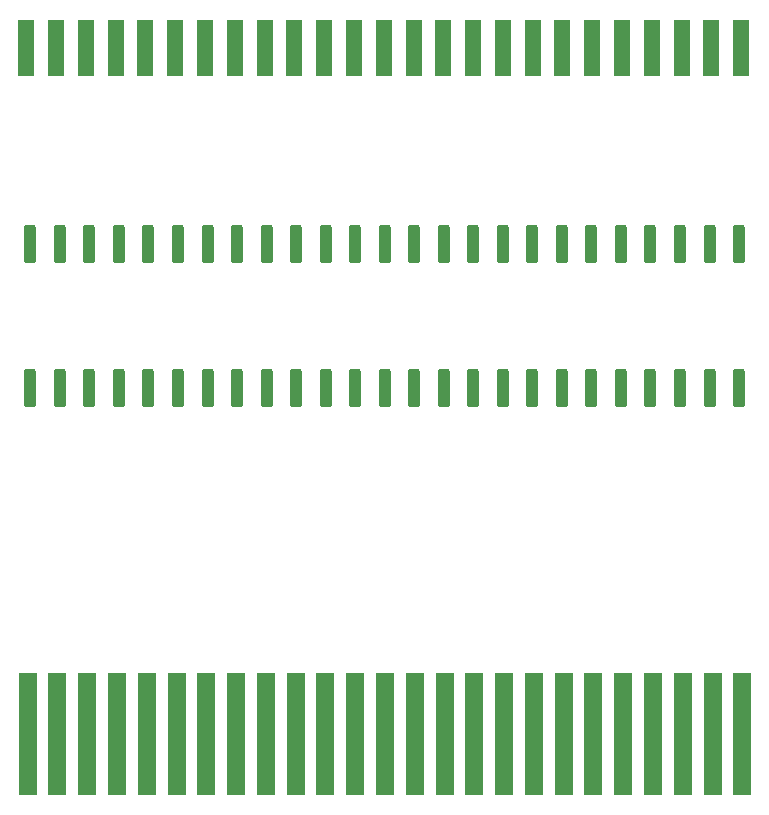
<source format=gbr>
%TF.GenerationSoftware,KiCad,Pcbnew,(6.0.2)*%
%TF.CreationDate,2022-10-24T07:01:04-05:00*%
%TF.ProjectId,N64NP6,4e36344e-5036-42e6-9b69-6361645f7063,rev?*%
%TF.SameCoordinates,Original*%
%TF.FileFunction,Paste,Bot*%
%TF.FilePolarity,Positive*%
%FSLAX46Y46*%
G04 Gerber Fmt 4.6, Leading zero omitted, Abs format (unit mm)*
G04 Created by KiCad (PCBNEW (6.0.2)) date 2022-10-24 07:01:04*
%MOMM*%
%LPD*%
G01*
G04 APERTURE LIST*
G04 Aperture macros list*
%AMRoundRect*
0 Rectangle with rounded corners*
0 $1 Rounding radius*
0 $2 $3 $4 $5 $6 $7 $8 $9 X,Y pos of 4 corners*
0 Add a 4 corners polygon primitive as box body*
4,1,4,$2,$3,$4,$5,$6,$7,$8,$9,$2,$3,0*
0 Add four circle primitives for the rounded corners*
1,1,$1+$1,$2,$3*
1,1,$1+$1,$4,$5*
1,1,$1+$1,$6,$7*
1,1,$1+$1,$8,$9*
0 Add four rect primitives between the rounded corners*
20,1,$1+$1,$2,$3,$4,$5,0*
20,1,$1+$1,$4,$5,$6,$7,0*
20,1,$1+$1,$6,$7,$8,$9,0*
20,1,$1+$1,$8,$9,$2,$3,0*%
G04 Aperture macros list end*
%ADD10R,1.500000X10.350000*%
%ADD11RoundRect,0.250000X-0.250000X-1.400000X0.250000X-1.400000X0.250000X1.400000X-0.250000X1.400000X0*%
%ADD12R,1.350000X4.750000*%
G04 APERTURE END LIST*
D10*
%TO.C,J2*%
X23404000Y37184000D03*
X25922000Y37184000D03*
X28447000Y37184000D03*
X30974000Y37184000D03*
X33493000Y37184000D03*
X36012000Y37184000D03*
X38535000Y37184000D03*
X41054000Y37184000D03*
X43573000Y37184000D03*
X46101000Y37184000D03*
X48626000Y37184000D03*
X51147000Y37184000D03*
X53671000Y37184000D03*
X56191000Y37184000D03*
X58711000Y37184000D03*
X61230000Y37184000D03*
X63748000Y37184000D03*
X66272000Y37184000D03*
X68798000Y37184000D03*
X71316000Y37184000D03*
X73836000Y37184000D03*
X76355000Y37184000D03*
X78885000Y37184000D03*
X81411000Y37184000D03*
X83930000Y37184000D03*
%TD*%
D11*
%TO.C,J3*%
X23639000Y78715000D03*
X26139000Y78715000D03*
X28639000Y78715000D03*
X31139000Y78715000D03*
X33639000Y78715000D03*
X36139000Y78715000D03*
X38639000Y78715000D03*
X41139000Y78715000D03*
X43639000Y78715000D03*
X46139000Y78715000D03*
X48639000Y78715000D03*
X51139000Y78715000D03*
X53639000Y78715000D03*
X56139000Y78715000D03*
X58639000Y78715000D03*
X61139000Y78715000D03*
X63639000Y78715000D03*
X66139000Y78715000D03*
X68639000Y78715000D03*
X71139000Y78715000D03*
X73639000Y78715000D03*
X76139000Y78715000D03*
X78639000Y78715000D03*
X81139000Y78715000D03*
X83639000Y78715000D03*
X23639000Y66515000D03*
X26139000Y66515000D03*
X28639000Y66515000D03*
X31139000Y66515000D03*
X33639000Y66515000D03*
X36139000Y66515000D03*
X38639000Y66515000D03*
X41139000Y66515000D03*
X43639000Y66515000D03*
X46139000Y66515000D03*
X48639000Y66515000D03*
X51139000Y66515000D03*
X53639000Y66515000D03*
X56139000Y66515000D03*
X58639000Y66515000D03*
X61139000Y66515000D03*
X63639000Y66515000D03*
X66139000Y66515000D03*
X68639000Y66515000D03*
X71139000Y66515000D03*
X73639000Y66515000D03*
X76139000Y66515000D03*
X78639000Y66515000D03*
X81139000Y66515000D03*
X83639000Y66515000D03*
%TD*%
D12*
%TO.C,J5*%
X23295000Y95327000D03*
X25813000Y95327000D03*
X28338000Y95327000D03*
X30865000Y95327000D03*
X33384000Y95327000D03*
X35903000Y95327000D03*
X38426000Y95327000D03*
X40945000Y95327000D03*
X43464000Y95327000D03*
X45992000Y95327000D03*
X48517000Y95327000D03*
X51038000Y95327000D03*
X53562000Y95327000D03*
X56082000Y95327000D03*
X58602000Y95327000D03*
X61121000Y95327000D03*
X63639000Y95327000D03*
X66163000Y95327000D03*
X68689000Y95327000D03*
X71207000Y95327000D03*
X73727000Y95327000D03*
X76246000Y95327000D03*
X78776000Y95327000D03*
X81302000Y95327000D03*
X83821000Y95327000D03*
%TD*%
M02*

</source>
